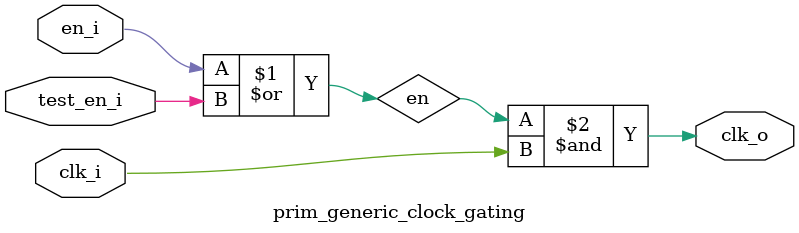
<source format=sv>

module prim_generic_clock_gating #(
  parameter bit NoFpgaGate = 1'b0 // this parameter has no function in generic
) (
  input        clk_i,
  input        en_i,
  input        test_en_i,
  output logic clk_o
);

  // Assume en_i synchronized, if not put synchronizer prior to en_i
`ifdef ASIC
logic en_latch;
  always_latch begin
    if (!clk_i) begin
      en_latch = en_i | test_en_i;
    end
  end
  assign clk_o = en_latch & clk_i;
`else
  logic en;
  assign en = en_i | test_en_i;
  assign clk_o = en & clk_i;
`endif

endmodule

</source>
